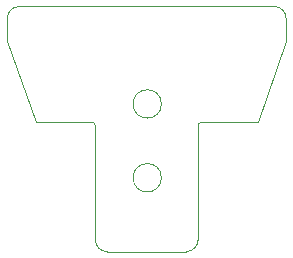
<source format=gbr>
%TF.GenerationSoftware,KiCad,Pcbnew,9.0.0*%
%TF.CreationDate,2025-08-30T20:51:20+01:00*%
%TF.ProjectId,040 055,30343020-3035-4352-9e6b-696361645f70,rev?*%
%TF.SameCoordinates,Original*%
%TF.FileFunction,Profile,NP*%
%FSLAX46Y46*%
G04 Gerber Fmt 4.6, Leading zero omitted, Abs format (unit mm)*
G04 Created by KiCad (PCBNEW 9.0.0) date 2025-08-30 20:51:20*
%MOMM*%
%LPD*%
G01*
G04 APERTURE LIST*
%TA.AperFunction,Profile*%
%ADD10C,0.050000*%
%TD*%
G04 APERTURE END LIST*
D10*
X147950001Y-74800000D02*
X143200000Y-74800000D01*
X147950001Y-74800000D02*
X150350000Y-67900000D01*
X139800000Y-73250000D02*
G75*
G02*
X137400000Y-73250000I-1200000J0D01*
G01*
X137400000Y-73250000D02*
G75*
G02*
X139800000Y-73250000I1200000J0D01*
G01*
X149350000Y-65000000D02*
G75*
G02*
X150350000Y-66000000I0J-1000000D01*
G01*
X133900000Y-74800001D02*
X129149999Y-74800001D01*
X126750000Y-66000000D02*
G75*
G02*
X127750000Y-65000000I1000000J0D01*
G01*
X135200000Y-85750000D02*
X141900000Y-85750000D01*
X149350000Y-65000000D02*
X127750000Y-65000000D01*
X150350000Y-66000000D02*
X150350000Y-67900000D01*
X142900000Y-84750000D02*
G75*
G02*
X141900000Y-85750000I-1000000J0D01*
G01*
X142900000Y-84750000D02*
X142900000Y-75100000D01*
X135200000Y-85750000D02*
G75*
G02*
X134200000Y-84750000I0J1000000D01*
G01*
X129149999Y-74800001D02*
X126750000Y-67900000D01*
X139800000Y-79500000D02*
G75*
G02*
X137400000Y-79500000I-1200000J0D01*
G01*
X137400000Y-79500000D02*
G75*
G02*
X139800000Y-79500000I1200000J0D01*
G01*
X142900000Y-75100000D02*
G75*
G02*
X143200000Y-74800000I300000J0D01*
G01*
X133900000Y-74800000D02*
G75*
G02*
X134200000Y-75100000I0J-300000D01*
G01*
X134200000Y-75100000D02*
X134200000Y-84750000D01*
X126750000Y-66000000D02*
X126750000Y-67900000D01*
M02*

</source>
